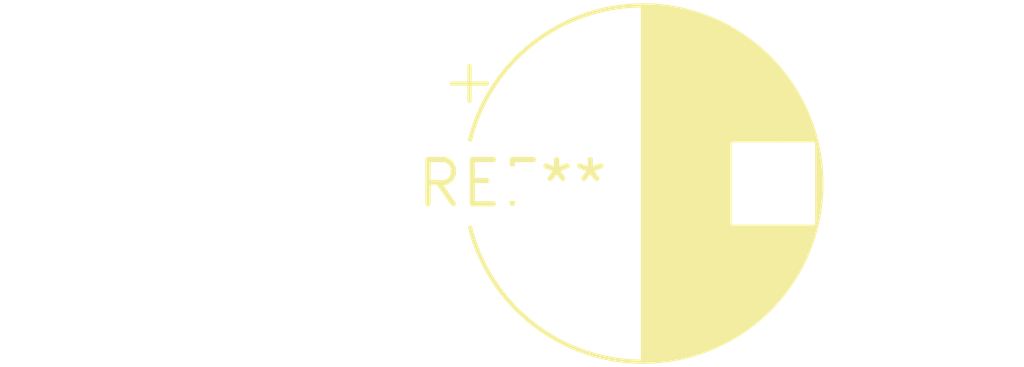
<source format=kicad_pcb>
(kicad_pcb (version 20240108) (generator pcbnew)
  (layers (0 "F.Cu" signal) (31 "B.Cu" signal) (34 "B.Paste" user) (35 "F.Paste" user) (36 "B.SilkS" user "B.Silkscreen") (37 "F.SilkS" user "F.Silkscreen") (38 "B.Mask" user) (39 "F.Mask" user) (44 "Edge.Cuts" user))
  (net 0 "")
  (footprint "CP_Radial_D10.0mm_P7.50mm" (layer "F.Cu") (at 0 0)
    (property "Reference" "REF**")
    (property "Value" "CP_Radial_D10.0mm_P7.50mm")
    (fp_line (start -1.729646 -2.875) (end -0.729646 -2.875) (layer "F.SilkS") (stroke (width 0.12)))
    (fp_line (start -1.229646 -3.375) (end -1.229646 -2.375) (layer "F.SilkS") (stroke (width 0.12)))
    (fp_line (start 3.75 -5.08) (end 3.75 5.08) (layer "F.SilkS") (stroke (width 0.12)))
    (fp_line (start 3.79 -5.08) (end 3.79 5.08) (layer "F.SilkS") (stroke (width 0.12)))
    (fp_line (start 3.83 -5.08) (end 3.83 5.08) (layer "F.SilkS") (stroke (width 0.12)))
    (fp_line (start 3.87 -5.079) (end 3.87 5.079) (layer "F.SilkS") (stroke (width 0.12)))
    (fp_line (start 3.91 -5.078) (end 3.91 5.078) (layer "F.SilkS") (stroke (width 0.12)))
    (fp_line (start 3.95 -5.077) (end 3.95 5.077) (layer "F.SilkS") (stroke (width 0.12)))
    (fp_line (start 3.99 -5.075) (end 3.99 5.075) (layer "F.SilkS") (stroke (width 0.12)))
    (fp_line (start 4.03 -5.073) (end 4.03 5.073) (layer "F.SilkS") (stroke (width 0.12)))
    (fp_line (start 4.07 -5.07) (end 4.07 5.07) (layer "F.SilkS") (stroke (width 0.12)))
    (fp_line (start 4.11 -5.068) (end 4.11 5.068) (layer "F.SilkS") (stroke (width 0.12)))
    (fp_line (start 4.15 -5.065) (end 4.15 5.065) (layer "F.SilkS") (stroke (width 0.12)))
    (fp_line (start 4.19 -5.062) (end 4.19 5.062) (layer "F.SilkS") (stroke (width 0.12)))
    (fp_line (start 4.23 -5.058) (end 4.23 5.058) (layer "F.SilkS") (stroke (width 0.12)))
    (fp_line (start 4.27 -5.054) (end 4.27 5.054) (layer "F.SilkS") (stroke (width 0.12)))
    (fp_line (start 4.31 -5.05) (end 4.31 5.05) (layer "F.SilkS") (stroke (width 0.12)))
    (fp_line (start 4.35 -5.045) (end 4.35 5.045) (layer "F.SilkS") (stroke (width 0.12)))
    (fp_line (start 4.39 -5.04) (end 4.39 5.04) (layer "F.SilkS") (stroke (width 0.12)))
    (fp_line (start 4.43 -5.035) (end 4.43 5.035) (layer "F.SilkS") (stroke (width 0.12)))
    (fp_line (start 4.471 -5.03) (end 4.471 5.03) (layer "F.SilkS") (stroke (width 0.12)))
    (fp_line (start 4.511 -5.024) (end 4.511 5.024) (layer "F.SilkS") (stroke (width 0.12)))
    (fp_line (start 4.551 -5.018) (end 4.551 5.018) (layer "F.SilkS") (stroke (width 0.12)))
    (fp_line (start 4.591 -5.011) (end 4.591 5.011) (layer "F.SilkS") (stroke (width 0.12)))
    (fp_line (start 4.631 -5.004) (end 4.631 5.004) (layer "F.SilkS") (stroke (width 0.12)))
    (fp_line (start 4.671 -4.997) (end 4.671 4.997) (layer "F.SilkS") (stroke (width 0.12)))
    (fp_line (start 4.711 -4.99) (end 4.711 4.99) (layer "F.SilkS") (stroke (width 0.12)))
    (fp_line (start 4.751 -4.982) (end 4.751 4.982) (layer "F.SilkS") (stroke (width 0.12)))
    (fp_line (start 4.791 -4.974) (end 4.791 4.974) (layer "F.SilkS") (stroke (width 0.12)))
    (fp_line (start 4.831 -4.965) (end 4.831 4.965) (layer "F.SilkS") (stroke (width 0.12)))
    (fp_line (start 4.871 -4.956) (end 4.871 4.956) (layer "F.SilkS") (stroke (width 0.12)))
    (fp_line (start 4.911 -4.947) (end 4.911 4.947) (layer "F.SilkS") (stroke (width 0.12)))
    (fp_line (start 4.951 -4.938) (end 4.951 4.938) (layer "F.SilkS") (stroke (width 0.12)))
    (fp_line (start 4.991 -4.928) (end 4.991 4.928) (layer "F.SilkS") (stroke (width 0.12)))
    (fp_line (start 5.031 -4.918) (end 5.031 4.918) (layer "F.SilkS") (stroke (width 0.12)))
    (fp_line (start 5.071 -4.907) (end 5.071 4.907) (layer "F.SilkS") (stroke (width 0.12)))
    (fp_line (start 5.111 -4.897) (end 5.111 4.897) (layer "F.SilkS") (stroke (width 0.12)))
    (fp_line (start 5.151 -4.885) (end 5.151 4.885) (layer "F.SilkS") (stroke (width 0.12)))
    (fp_line (start 5.191 -4.874) (end 5.191 4.874) (layer "F.SilkS") (stroke (width 0.12)))
    (fp_line (start 5.231 -4.862) (end 5.231 4.862) (layer "F.SilkS") (stroke (width 0.12)))
    (fp_line (start 5.271 -4.85) (end 5.271 4.85) (layer "F.SilkS") (stroke (width 0.12)))
    (fp_line (start 5.311 -4.837) (end 5.311 4.837) (layer "F.SilkS") (stroke (width 0.12)))
    (fp_line (start 5.351 -4.824) (end 5.351 4.824) (layer "F.SilkS") (stroke (width 0.12)))
    (fp_line (start 5.391 -4.811) (end 5.391 4.811) (layer "F.SilkS") (stroke (width 0.12)))
    (fp_line (start 5.431 -4.797) (end 5.431 4.797) (layer "F.SilkS") (stroke (width 0.12)))
    (fp_line (start 5.471 -4.783) (end 5.471 4.783) (layer "F.SilkS") (stroke (width 0.12)))
    (fp_line (start 5.511 -4.768) (end 5.511 4.768) (layer "F.SilkS") (stroke (width 0.12)))
    (fp_line (start 5.551 -4.754) (end 5.551 4.754) (layer "F.SilkS") (stroke (width 0.12)))
    (fp_line (start 5.591 -4.738) (end 5.591 4.738) (layer "F.SilkS") (stroke (width 0.12)))
    (fp_line (start 5.631 -4.723) (end 5.631 4.723) (layer "F.SilkS") (stroke (width 0.12)))
    (fp_line (start 5.671 -4.707) (end 5.671 4.707) (layer "F.SilkS") (stroke (width 0.12)))
    (fp_line (start 5.711 -4.69) (end 5.711 4.69) (layer "F.SilkS") (stroke (width 0.12)))
    (fp_line (start 5.751 -4.674) (end 5.751 4.674) (layer "F.SilkS") (stroke (width 0.12)))
    (fp_line (start 5.791 -4.657) (end 5.791 4.657) (layer "F.SilkS") (stroke (width 0.12)))
    (fp_line (start 5.831 -4.639) (end 5.831 4.639) (layer "F.SilkS") (stroke (width 0.12)))
    (fp_line (start 5.871 -4.621) (end 5.871 4.621) (layer "F.SilkS") (stroke (width 0.12)))
    (fp_line (start 5.911 -4.603) (end 5.911 4.603) (layer "F.SilkS") (stroke (width 0.12)))
    (fp_line (start 5.951 -4.584) (end 5.951 4.584) (layer "F.SilkS") (stroke (width 0.12)))
    (fp_line (start 5.991 -4.564) (end 5.991 4.564) (layer "F.SilkS") (stroke (width 0.12)))
    (fp_line (start 6.031 -4.545) (end 6.031 4.545) (layer "F.SilkS") (stroke (width 0.12)))
    (fp_line (start 6.071 -4.525) (end 6.071 4.525) (layer "F.SilkS") (stroke (width 0.12)))
    (fp_line (start 6.111 -4.504) (end 6.111 4.504) (layer "F.SilkS") (stroke (width 0.12)))
    (fp_line (start 6.151 -4.483) (end 6.151 4.483) (layer "F.SilkS") (stroke (width 0.12)))
    (fp_line (start 6.191 -4.462) (end 6.191 4.462) (layer "F.SilkS") (stroke (width 0.12)))
    (fp_line (start 6.231 -4.44) (end 6.231 4.44) (layer "F.SilkS") (stroke (width 0.12)))
    (fp_line (start 6.271 -4.417) (end 6.271 -1.241) (layer "F.SilkS") (stroke (width 0.12)))
    (fp_line (start 6.271 1.241) (end 6.271 4.417) (layer "F.SilkS") (stroke (width 0.12)))
    (fp_line (start 6.311 -4.395) (end 6.311 -1.241) (layer "F.SilkS") (stroke (width 0.12)))
    (fp_line (start 6.311 1.241) (end 6.311 4.395) (layer "F.SilkS") (stroke (width 0.12)))
    (fp_line (start 6.351 -4.371) (end 6.351 -1.241) (layer "F.SilkS") (stroke (width 0.12)))
    (fp_line (start 6.351 1.241) (end 6.351 4.371) (layer "F.SilkS") (stroke (width 0.12)))
    (fp_line (start 6.391 -4.347) (end 6.391 -1.241) (layer "F.SilkS") (stroke (width 0.12)))
    (fp_line (start 6.391 1.241) (end 6.391 4.347) (layer "F.SilkS") (stroke (width 0.12)))
    (fp_line (start 6.431 -4.323) (end 6.431 -1.241) (layer "F.SilkS") (stroke (width 0.12)))
    (fp_line (start 6.431 1.241) (end 6.431 4.323) (layer "F.SilkS") (stroke (width 0.12)))
    (fp_line (start 6.471 -4.298) (end 6.471 -1.241) (layer "F.SilkS") (stroke (width 0.12)))
    (fp_line (start 6.471 1.241) (end 6.471 4.298) (layer "F.SilkS") (stroke (width 0.12)))
    (fp_line (start 6.511 -4.273) (end 6.511 -1.241) (layer "F.SilkS") (stroke (width 0.12)))
    (fp_line (start 6.511 1.241) (end 6.511 4.273) (layer "F.SilkS") (stroke (width 0.12)))
    (fp_line (start 6.551 -4.247) (end 6.551 -1.241) (layer "F.SilkS") (stroke (width 0.12)))
    (fp_line (start 6.551 1.241) (end 6.551 4.247) (layer "F.SilkS") (stroke (width 0.12)))
    (fp_line (start 6.591 -4.221) (end 6.591 -1.241) (layer "F.SilkS") (stroke (width 0.12)))
    (fp_line (start 6.591 1.241) (end 6.591 4.221) (layer "F.SilkS") (stroke (width 0.12)))
    (fp_line (start 6.631 -4.194) (end 6.631 -1.241) (layer "F.SilkS") (stroke (width 0.12)))
    (fp_line (start 6.631 1.241) (end 6.631 4.194) (layer "F.SilkS") (stroke (width 0.12)))
    (fp_line (start 6.671 -4.166) (end 6.671 -1.241) (layer "F.SilkS") (stroke (width 0.12)))
    (fp_line (start 6.671 1.241) (end 6.671 4.166) (layer "F.SilkS") (stroke (width 0.12)))
    (fp_line (start 6.711 -4.138) (end 6.711 -1.241) (layer "F.SilkS") (stroke (width 0.12)))
    (fp_line (start 6.711 1.241) (end 6.711 4.138) (layer "F.SilkS") (stroke (width 0.12)))
    (fp_line (start 6.751 -4.11) (end 6.751 -1.241) (layer "F.SilkS") (stroke (width 0.12)))
    (fp_line (start 6.751 1.241) (end 6.751 4.11) (layer "F.SilkS") (stroke (width 0.12)))
    (fp_line (start 6.791 -4.08) (end 6.791 -1.241) (layer "F.SilkS") (stroke (width 0.12)))
    (fp_line (start 6.791 1.241) (end 6.791 4.08) (layer "F.SilkS") (stroke (width 0.12)))
    (fp_line (start 6.831 -4.05) (end 6.831 -1.241) (layer "F.SilkS") (stroke (width 0.12)))
    (fp_line (start 6.831 1.241) (end 6.831 4.05) (layer "F.SilkS") (stroke (width 0.12)))
    (fp_line (start 6.871 -4.02) (end 6.871 -1.241) (layer "F.SilkS") (stroke (width 0.12)))
    (fp_line (start 6.871 1.241) (end 6.871 4.02) (layer "F.SilkS") (stroke (width 0.12)))
    (fp_line (start 6.911 -3.989) (end 6.911 -1.241) (layer "F.SilkS") (stroke (width 0.12)))
    (fp_line (start 6.911 1.241) (end 6.911 3.989) (layer "F.SilkS") (stroke (width 0.12)))
    (fp_line (start 6.951 -3.957) (end 6.951 -1.241) (layer "F.SilkS") (stroke (width 0.12)))
    (fp_line (start 6.951 1.241) (end 6.951 3.957) (layer "F.SilkS") (stroke (width 0.12)))
    (fp_line (start 6.991 -3.925) (end 6.991 -1.241) (layer "F.SilkS") (stroke (width 0.12)))
    (fp_line (start 6.991 1.241) (end 6.991 3.925) (layer "F.SilkS") (stroke (width 0.12)))
    (fp_line (start 7.031 -3.892) (end 7.031 -1.241) (layer "F.SilkS") (stroke (width 0.12)))
    (fp_line (start 7.031 1.241) (end 7.031 3.892) (layer "F.SilkS") (stroke (width 0.12)))
    (fp_line (start 7.071 -3.858) (end 7.071 -1.241) (layer "F.SilkS") (stroke (width 0.12)))
    (fp_line (start 7.071 1.241) (end 7.071 3.858) (layer "F.SilkS") (stroke (width 0.12)))
    (fp_line (start 7.111 -3.824) (end 7.111 -1.241) (layer "F.SilkS") (stroke (width 0.12)))
    (fp_line (start 7.111 1.241) (end 7.111 3.824) (layer "F.SilkS") (stroke (width 0.12)))
    (fp_line (start 7.151 -3.789) (end 7.151 -1.241) (layer "F.SilkS") (stroke (width 0.12)))
    (fp_line (start 7.151 1.241) (end 7.151 3.789) (layer "F.SilkS") (stroke (width 0.12)))
    (fp_line (start 7.191 -3.753) (end 7.191 -1.241) (layer "F.SilkS") (stroke (width 0.12)))
    (fp_line (start 7.191 1.241) (end 7.191 3.753) (layer "F.SilkS") (stroke (width 0.12)))
    (fp_line (start 7.231 -3.716) (end 7.231 -1.241) (layer "F.SilkS") (stroke (width 0.12)))
    (fp_line (start 7.231 1.241) (end 7.231 3.716) (layer "F.SilkS") (stroke (width 0.12)))
    (fp_line (start 7.271 -3.679) (end 7.271 -1.241) (layer "F.SilkS") (stroke (width 0.12)))
    (fp_line (start 7.271 1.241) (end 7.271 3.679) (layer "F.SilkS") (stroke (width 0.12)))
    (fp_line (start 7.311 -3.64) (end 7.311 -1.241) (layer "F.SilkS") (stroke (width 0.12)))
    (fp_line (start 7.311 1.241) (end 7.311 3.64) (layer "F.SilkS") (stroke (width 0.12)))
    (fp_line (start 7.351 -3.601) (end 7.351 -1.241) (layer "F.SilkS") (stroke (width 0.12)))
    (fp_line (start 7.351 1.241) (end 7.351 3.601) (layer "F.SilkS") (stroke (width 0.12)))
    (fp_line (start 7.391 -3.561) (end 7.391 -1.241) (layer "F.SilkS") (stroke (width 0.12)))
    (fp_line (start 7.391 1.241) (end 7.391 3.561) (layer "F.SilkS") (stroke (width 0.12)))
    (fp_line (start 7.431 -3.52) (end 7.431 -1.241) (layer "F.SilkS") (stroke (width 0.12)))
    (fp_line (start 7.431 1.241) (end 7.431 3.52) (layer "F.SilkS") (stroke (width 0.12)))
    (fp_line (start 7.471 -3.478) (end 7.471 -1.241) (layer "F.SilkS") (stroke (width 0.12)))
    (fp_line (start 7.471 1.241) (end 7.471 3.478) (layer "F.SilkS") (stroke (width 0.12)))
    (fp_line (start 7.511 -3.436) (end 7.511 -1.241) (layer "F.SilkS") (stroke (width 0.12)))
    (fp_line (start 7.511 1.241) (end 7.511 3.436) (layer "F.SilkS") (stroke (width 0.12)))
    (fp_line (start 7.551 -3.392) (end 7.551 -1.241) (layer "F.SilkS") (stroke (width 0.12)))
    (fp_line (start 7.551 1.241) (end 7.551 3.392) (layer "F.SilkS") (stroke (width 0.12)))
    (fp_line (start 7.591 -3.347) (end 7.591 -1.241) (layer "F.SilkS") (stroke (width 0.12)))
    (fp_line (start 7.591 1.241) (end 7.591 3.347) (layer "F.SilkS") (stroke (width 0.12)))
    (fp_line (start 7.631 -3.301) (end 7.631 -1.241) (layer "F.SilkS") (stroke (width 0.12)))
    (fp_line (start 7.631 1.241) (end 7.631 3.301) (layer "F.SilkS") (stroke (width 0.12)))
    (fp_line (start 7.671 -3.254) (end 7.671 -1.241) (layer "F.SilkS") (stroke (width 0.12)))
    (fp_line (start 7.671 1.241) (end 7.671 3.254) (layer "F.SilkS") (stroke (width 0.12)))
    (fp_line (start 7.711 -3.206) (end 7.711 -1.241) (layer "F.SilkS") (stroke (width 0.12)))
    (fp_line (start 7.711 1.241) (end 7.711 3.206) (layer "F.SilkS") (stroke (width 0.12)))
    (fp_line (start 7.751 -3.156) (end 7.751 -1.241) (layer "F.SilkS") (stroke (width 0.12)))
    (fp_line (start 7.751 1.241) (end 7.751 3.156) (layer "F.SilkS") (stroke (width 0.12)))
    (fp_line (start 7.791 -3.106) (end 7.791 -1.241) (layer "F.SilkS") (stroke (width 0.12)))
    (fp_line (start 7.791 1.241) (end 7.791 3.106) (layer "F.SilkS") (stroke (width 0.12)))
    (fp_line (start 7.831 -3.054) (end 7.831 -1.241) (layer "F.SilkS") (stroke (width 0.12)))
    (fp_line (start 7.831 1.241) (end 7.831 3.054) (layer "F.SilkS") (stroke (width 0.12)))
    (fp_line (start 7.871 -3) (end 7.871 -1.241) (layer "F.SilkS") (stroke (width 0.12)))
    (fp_line (start 7.871 1.241) (end 7.871 3) (layer "F.SilkS") (stroke (width 0.12)))
    (fp_line (start 7.911 -2.945) (end 7.911 -1.241) (layer "F.SilkS") (stroke (width 0.12)))
    (fp_line (start 7.911 1.241) (end 7.911 2.945) (layer "F.SilkS") (stroke (width 0.12)))
    (fp_line (start 7.951 -2.889) (end 7.951 -1.241) (layer "F.SilkS") (stroke (width 0.12)))
    (fp_line (start 7.951 1.241) (end 7.951 2.889) (layer "F.SilkS") (stroke (width 0.12)))
    (fp_line (start 7.991 -2.83) (end 7.991 -1.241) (layer "F.SilkS") (stroke (width 0.12)))
    (fp_line (start 7.991 1.241) (end 7.991 2.83) (layer "F.SilkS") (stroke (width 0.12)))
    (fp_line (start 8.031 -2.77) (end 8.031 -1.241) (layer "F.SilkS") (stroke (width 0.12)))
    (fp_line (start 8.031 1.241) (end 8.031 2.77) (layer "F.SilkS") (stroke (width 0.12)))
    (fp_line (start 8.071 -2.709) (end 8.071 -1.241) (layer "F.SilkS") (stroke (width 0.12)))
    (fp_line (start 8.071 1.241) (end 8.071 2.709) (layer "F.SilkS") (stroke (width 0.12)))
    (fp_line (start 8.111 -2.645) (end 8.111 -1.241) (layer "F.SilkS") (stroke (width 0.12)))
    (fp_line (start 8.111 1.241) (end 8.111 2.645) (layer "F.SilkS") (stroke (width 0.12)))
    (fp_line (start 8.151 -2.579) (end 8.151 -1.241) (layer "F.SilkS") (stroke (width 0.12)))
    (fp_line (start 8.151 1.241) (end 8.151 2.579) (layer "F.SilkS") (stroke (width 0.12)))
    (fp_line (start 8.191 -2.51) (end 8.191 -1.241) (layer "F.SilkS") (stroke (width 0.12)))
    (fp_line (start 8.191 1.241) (end 8.191 2.51) (layer "F.SilkS") (stroke (width 0.12)))
    (fp_line (start 8.231 -2.439) (end 8.231 -1.241) (layer "F.SilkS") (stroke (width 0.12)))
    (fp_line (start 8.231 1.241) (end 8.231 2.439) (layer "F.SilkS") (stroke (width 0.12)))
    (fp_line (start 8.271 -2.365) (end 8.271 -1.241) (layer "F.SilkS") (stroke (width 0.12)))
    (fp_line (start 8.271 1.241) (end 8.271 2.365) (layer "F.SilkS") (stroke (width 0.12)))
    (fp_line (start 8.311 -2.289) (end 8.311 -1.241) (layer "F.SilkS") (stroke (width 0.12)))
    (fp_line (start 8.311 1.241) (end 8.311 2.289) (layer "F.SilkS") (stroke (width 0.12)))
    (fp_line (start 8.351 -2.209) (end 8.351 -1.241) (layer "F.SilkS") (stroke (width 0.12)))
    (fp_line (start 8.351 1.241) (end 8.351 2.209) (layer "F.SilkS") (stroke (width 0.12)))
    (fp_line (start 8.391 -2.125) (end 8.391 -1.241) (layer "F.SilkS") (stroke (width 0.12)))
    (fp_line (start 8.391 1.241) (end 8.391 2.125) (layer "F.SilkS") (stroke (width 0.12)))
    (fp_line (start 8.431 -2.037) (end 8.431 -1.241) (layer "F.SilkS") (stroke (width 0.12)))
    (fp_line (start 8.431 1.241) (end 8.431 2.037) (layer "F.SilkS") (stroke (width 0.12)))
    (fp_line (start 8.471 -1.944) (end 8.471 -1.241) (layer "F.SilkS") (stroke (width 0.12)))
    (fp_line (start 8.471 1.241) (end 8.471 1.944) (layer "F.SilkS") (stroke (width 0.12)))
    (fp_line (start 8.511 -1.846) (end 8.511 -1.241) (layer "F.SilkS") (stroke (width 0.12)))
    (fp_line (start 8.511 1.241) (end 8.511 1.846) (layer "F.SilkS") (stroke (width 0.12)))
    (fp_line (start 8.551 -1.742) (end 8.551 -1.241) (layer "F.SilkS") (stroke (width 0.12)))
    (fp_line (start 8.551 1.241) (end 8.551 1.742) (layer "F.SilkS") (stroke (width 0.12)))
    (fp_line (start 8.591 -1.63) (end 8.591 -1.241) (layer "F.SilkS") (stroke (width 0.12)))
    (fp_line (start 8.591 1.241) (end 8.591 1.63) (layer "F.SilkS") (stroke (width 0.12)))
    (fp_line (start 8.631 -1.51) (end 8.631 -1.241) (layer "F.SilkS") (stroke (width 0.12)))
    (fp_line (start 8.631 1.241) (end 8.631 1.51) (layer "F.SilkS") (stroke (width 0.12)))
    (fp_line (start 8.671 -1.378) (end 8.671 -1.241) (layer "F.SilkS") (stroke (width 0.12)))
    (fp_line (start 8.671 1.241) (end 8.671 1.378) (layer "F.SilkS") (stroke (width 0.12)))
    (fp_line (start 8.751 -1.062) (end 8.751 1.062) (layer "F.SilkS") (stroke (width 0.12)))
    (fp_line (start 8.791 -0.862) (end 8.791 0.862) (layer "F.SilkS") (stroke (width 0.12)))
    (fp_line (start 8.831 -0.599) (end 8.831 0.599) (layer "F.SilkS") (stroke (width 0.12)))
    (fp_arc (start -1.21254 -1.26) (mid 8.87 0) (end -1.21254 1.26) (layer "F.SilkS") (stroke (width 0.12)))
    (pad "1" thru_hole rect (at 0 0) (size 2 2) (drill 1) (layers *.Cu *.Mask) (remove_unused_layers))
    (pad "2" thru_hole circle (at 7.5 0) (size 2 2) (drill 1) (layers *.Cu *.Mask) (remove_unused_layers))
  )
)
</source>
